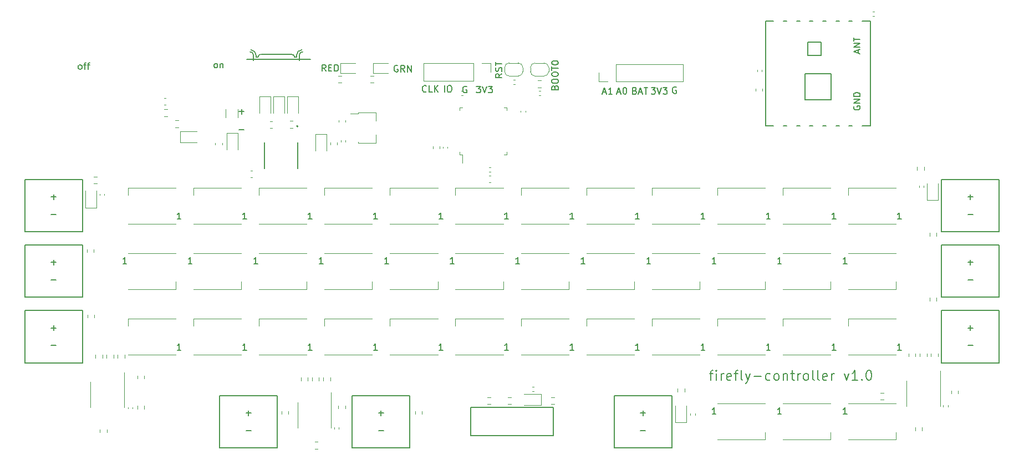
<source format=gbr>
%TF.GenerationSoftware,KiCad,Pcbnew,5.1.10-88a1d61d58~90~ubuntu20.04.1*%
%TF.CreationDate,2022-04-11T18:47:40-06:00*%
%TF.ProjectId,controller,636f6e74-726f-46c6-9c65-722e6b696361,rev?*%
%TF.SameCoordinates,Original*%
%TF.FileFunction,Legend,Top*%
%TF.FilePolarity,Positive*%
%FSLAX46Y46*%
G04 Gerber Fmt 4.6, Leading zero omitted, Abs format (unit mm)*
G04 Created by KiCad (PCBNEW 5.1.10-88a1d61d58~90~ubuntu20.04.1) date 2022-04-11 18:47:40*
%MOMM*%
%LPD*%
G01*
G04 APERTURE LIST*
%ADD10C,0.150000*%
%ADD11C,0.200000*%
%ADD12C,0.120000*%
%ADD13C,0.127000*%
%ADD14C,0.203200*%
G04 APERTURE END LIST*
D10*
X111528571Y-101933333D02*
X111576190Y-101790476D01*
X111623809Y-101742857D01*
X111719047Y-101695238D01*
X111861904Y-101695238D01*
X111957142Y-101742857D01*
X112004761Y-101790476D01*
X112052380Y-101885714D01*
X112052380Y-102266666D01*
X111052380Y-102266666D01*
X111052380Y-101933333D01*
X111100000Y-101838095D01*
X111147619Y-101790476D01*
X111242857Y-101742857D01*
X111338095Y-101742857D01*
X111433333Y-101790476D01*
X111480952Y-101838095D01*
X111528571Y-101933333D01*
X111528571Y-102266666D01*
X111052380Y-101076190D02*
X111052380Y-100885714D01*
X111100000Y-100790476D01*
X111195238Y-100695238D01*
X111385714Y-100647619D01*
X111719047Y-100647619D01*
X111909523Y-100695238D01*
X112004761Y-100790476D01*
X112052380Y-100885714D01*
X112052380Y-101076190D01*
X112004761Y-101171428D01*
X111909523Y-101266666D01*
X111719047Y-101314285D01*
X111385714Y-101314285D01*
X111195238Y-101266666D01*
X111100000Y-101171428D01*
X111052380Y-101076190D01*
X111052380Y-100028571D02*
X111052380Y-99838095D01*
X111100000Y-99742857D01*
X111195238Y-99647619D01*
X111385714Y-99600000D01*
X111719047Y-99600000D01*
X111909523Y-99647619D01*
X112004761Y-99742857D01*
X112052380Y-99838095D01*
X112052380Y-100028571D01*
X112004761Y-100123809D01*
X111909523Y-100219047D01*
X111719047Y-100266666D01*
X111385714Y-100266666D01*
X111195238Y-100219047D01*
X111100000Y-100123809D01*
X111052380Y-100028571D01*
X111052380Y-99314285D02*
X111052380Y-98742857D01*
X112052380Y-99028571D02*
X111052380Y-99028571D01*
X111052380Y-98219047D02*
X111052380Y-98123809D01*
X111100000Y-98028571D01*
X111147619Y-97980952D01*
X111242857Y-97933333D01*
X111433333Y-97885714D01*
X111671428Y-97885714D01*
X111861904Y-97933333D01*
X111957142Y-97980952D01*
X112004761Y-98028571D01*
X112052380Y-98123809D01*
X112052380Y-98219047D01*
X112004761Y-98314285D01*
X111957142Y-98361904D01*
X111861904Y-98409523D01*
X111671428Y-98457142D01*
X111433333Y-98457142D01*
X111242857Y-98409523D01*
X111147619Y-98361904D01*
X111100000Y-98314285D01*
X111052380Y-98219047D01*
X103452380Y-99847619D02*
X102976190Y-100180952D01*
X103452380Y-100419047D02*
X102452380Y-100419047D01*
X102452380Y-100038095D01*
X102500000Y-99942857D01*
X102547619Y-99895238D01*
X102642857Y-99847619D01*
X102785714Y-99847619D01*
X102880952Y-99895238D01*
X102928571Y-99942857D01*
X102976190Y-100038095D01*
X102976190Y-100419047D01*
X103404761Y-99466666D02*
X103452380Y-99323809D01*
X103452380Y-99085714D01*
X103404761Y-98990476D01*
X103357142Y-98942857D01*
X103261904Y-98895238D01*
X103166666Y-98895238D01*
X103071428Y-98942857D01*
X103023809Y-98990476D01*
X102976190Y-99085714D01*
X102928571Y-99276190D01*
X102880952Y-99371428D01*
X102833333Y-99419047D01*
X102738095Y-99466666D01*
X102642857Y-99466666D01*
X102547619Y-99419047D01*
X102500000Y-99371428D01*
X102452380Y-99276190D01*
X102452380Y-99038095D01*
X102500000Y-98895238D01*
X102452380Y-98609523D02*
X102452380Y-98038095D01*
X103452380Y-98323809D02*
X102452380Y-98323809D01*
X76557142Y-99452380D02*
X76223809Y-98976190D01*
X75985714Y-99452380D02*
X75985714Y-98452380D01*
X76366666Y-98452380D01*
X76461904Y-98500000D01*
X76509523Y-98547619D01*
X76557142Y-98642857D01*
X76557142Y-98785714D01*
X76509523Y-98880952D01*
X76461904Y-98928571D01*
X76366666Y-98976190D01*
X75985714Y-98976190D01*
X76985714Y-98928571D02*
X77319047Y-98928571D01*
X77461904Y-99452380D02*
X76985714Y-99452380D01*
X76985714Y-98452380D01*
X77461904Y-98452380D01*
X77890476Y-99452380D02*
X77890476Y-98452380D01*
X78128571Y-98452380D01*
X78271428Y-98500000D01*
X78366666Y-98595238D01*
X78414285Y-98690476D01*
X78461904Y-98880952D01*
X78461904Y-99023809D01*
X78414285Y-99214285D01*
X78366666Y-99309523D01*
X78271428Y-99404761D01*
X78128571Y-99452380D01*
X77890476Y-99452380D01*
X87538095Y-98600000D02*
X87442857Y-98552380D01*
X87300000Y-98552380D01*
X87157142Y-98600000D01*
X87061904Y-98695238D01*
X87014285Y-98790476D01*
X86966666Y-98980952D01*
X86966666Y-99123809D01*
X87014285Y-99314285D01*
X87061904Y-99409523D01*
X87157142Y-99504761D01*
X87300000Y-99552380D01*
X87395238Y-99552380D01*
X87538095Y-99504761D01*
X87585714Y-99457142D01*
X87585714Y-99123809D01*
X87395238Y-99123809D01*
X88585714Y-99552380D02*
X88252380Y-99076190D01*
X88014285Y-99552380D02*
X88014285Y-98552380D01*
X88395238Y-98552380D01*
X88490476Y-98600000D01*
X88538095Y-98647619D01*
X88585714Y-98742857D01*
X88585714Y-98885714D01*
X88538095Y-98980952D01*
X88490476Y-99028571D01*
X88395238Y-99076190D01*
X88014285Y-99076190D01*
X89014285Y-99552380D02*
X89014285Y-98552380D01*
X89585714Y-99552380D01*
X89585714Y-98552380D01*
X64080952Y-108428571D02*
X63319047Y-108428571D01*
X64080952Y-105628571D02*
X63319047Y-105628571D01*
X63700000Y-105247619D02*
X63700000Y-106009523D01*
X118885714Y-102666666D02*
X119361904Y-102666666D01*
X118790476Y-102952380D02*
X119123809Y-101952380D01*
X119457142Y-102952380D01*
X120314285Y-102952380D02*
X119742857Y-102952380D01*
X120028571Y-102952380D02*
X120028571Y-101952380D01*
X119933333Y-102095238D01*
X119838095Y-102190476D01*
X119742857Y-102238095D01*
X121085714Y-102666666D02*
X121561904Y-102666666D01*
X120990476Y-102952380D02*
X121323809Y-101952380D01*
X121657142Y-102952380D01*
X122180952Y-101952380D02*
X122276190Y-101952380D01*
X122371428Y-102000000D01*
X122419047Y-102047619D01*
X122466666Y-102142857D01*
X122514285Y-102333333D01*
X122514285Y-102571428D01*
X122466666Y-102761904D01*
X122419047Y-102857142D01*
X122371428Y-102904761D01*
X122276190Y-102952380D01*
X122180952Y-102952380D01*
X122085714Y-102904761D01*
X122038095Y-102857142D01*
X121990476Y-102761904D01*
X121942857Y-102571428D01*
X121942857Y-102333333D01*
X121990476Y-102142857D01*
X122038095Y-102047619D01*
X122085714Y-102000000D01*
X122180952Y-101952380D01*
X123761904Y-102428571D02*
X123904761Y-102476190D01*
X123952380Y-102523809D01*
X124000000Y-102619047D01*
X124000000Y-102761904D01*
X123952380Y-102857142D01*
X123904761Y-102904761D01*
X123809523Y-102952380D01*
X123428571Y-102952380D01*
X123428571Y-101952380D01*
X123761904Y-101952380D01*
X123857142Y-102000000D01*
X123904761Y-102047619D01*
X123952380Y-102142857D01*
X123952380Y-102238095D01*
X123904761Y-102333333D01*
X123857142Y-102380952D01*
X123761904Y-102428571D01*
X123428571Y-102428571D01*
X124380952Y-102666666D02*
X124857142Y-102666666D01*
X124285714Y-102952380D02*
X124619047Y-101952380D01*
X124952380Y-102952380D01*
X125142857Y-101952380D02*
X125714285Y-101952380D01*
X125428571Y-102952380D02*
X125428571Y-101952380D01*
X126261904Y-101952380D02*
X126880952Y-101952380D01*
X126547619Y-102333333D01*
X126690476Y-102333333D01*
X126785714Y-102380952D01*
X126833333Y-102428571D01*
X126880952Y-102523809D01*
X126880952Y-102761904D01*
X126833333Y-102857142D01*
X126785714Y-102904761D01*
X126690476Y-102952380D01*
X126404761Y-102952380D01*
X126309523Y-102904761D01*
X126261904Y-102857142D01*
X127166666Y-101952380D02*
X127500000Y-102952380D01*
X127833333Y-101952380D01*
X128071428Y-101952380D02*
X128690476Y-101952380D01*
X128357142Y-102333333D01*
X128500000Y-102333333D01*
X128595238Y-102380952D01*
X128642857Y-102428571D01*
X128690476Y-102523809D01*
X128690476Y-102761904D01*
X128642857Y-102857142D01*
X128595238Y-102904761D01*
X128500000Y-102952380D01*
X128214285Y-102952380D01*
X128119047Y-102904761D01*
X128071428Y-102857142D01*
X130061904Y-101900000D02*
X129966666Y-101852380D01*
X129823809Y-101852380D01*
X129680952Y-101900000D01*
X129585714Y-101995238D01*
X129538095Y-102090476D01*
X129490476Y-102280952D01*
X129490476Y-102423809D01*
X129538095Y-102614285D01*
X129585714Y-102709523D01*
X129680952Y-102804761D01*
X129823809Y-102852380D01*
X129919047Y-102852380D01*
X130061904Y-102804761D01*
X130109523Y-102757142D01*
X130109523Y-102423809D01*
X129919047Y-102423809D01*
X99561904Y-101752380D02*
X100180952Y-101752380D01*
X99847619Y-102133333D01*
X99990476Y-102133333D01*
X100085714Y-102180952D01*
X100133333Y-102228571D01*
X100180952Y-102323809D01*
X100180952Y-102561904D01*
X100133333Y-102657142D01*
X100085714Y-102704761D01*
X99990476Y-102752380D01*
X99704761Y-102752380D01*
X99609523Y-102704761D01*
X99561904Y-102657142D01*
X100466666Y-101752380D02*
X100800000Y-102752380D01*
X101133333Y-101752380D01*
X101371428Y-101752380D02*
X101990476Y-101752380D01*
X101657142Y-102133333D01*
X101800000Y-102133333D01*
X101895238Y-102180952D01*
X101942857Y-102228571D01*
X101990476Y-102323809D01*
X101990476Y-102561904D01*
X101942857Y-102657142D01*
X101895238Y-102704761D01*
X101800000Y-102752380D01*
X101514285Y-102752380D01*
X101419047Y-102704761D01*
X101371428Y-102657142D01*
X98061904Y-101800000D02*
X97966666Y-101752380D01*
X97823809Y-101752380D01*
X97680952Y-101800000D01*
X97585714Y-101895238D01*
X97538095Y-101990476D01*
X97490476Y-102180952D01*
X97490476Y-102323809D01*
X97538095Y-102514285D01*
X97585714Y-102609523D01*
X97680952Y-102704761D01*
X97823809Y-102752380D01*
X97919047Y-102752380D01*
X98061904Y-102704761D01*
X98109523Y-102657142D01*
X98109523Y-102323809D01*
X97919047Y-102323809D01*
X94676190Y-102652380D02*
X94676190Y-101652380D01*
X95342857Y-101652380D02*
X95533333Y-101652380D01*
X95628571Y-101700000D01*
X95723809Y-101795238D01*
X95771428Y-101985714D01*
X95771428Y-102319047D01*
X95723809Y-102509523D01*
X95628571Y-102604761D01*
X95533333Y-102652380D01*
X95342857Y-102652380D01*
X95247619Y-102604761D01*
X95152380Y-102509523D01*
X95104761Y-102319047D01*
X95104761Y-101985714D01*
X95152380Y-101795238D01*
X95247619Y-101700000D01*
X95342857Y-101652380D01*
X91904761Y-102557142D02*
X91857142Y-102604761D01*
X91714285Y-102652380D01*
X91619047Y-102652380D01*
X91476190Y-102604761D01*
X91380952Y-102509523D01*
X91333333Y-102414285D01*
X91285714Y-102223809D01*
X91285714Y-102080952D01*
X91333333Y-101890476D01*
X91380952Y-101795238D01*
X91476190Y-101700000D01*
X91619047Y-101652380D01*
X91714285Y-101652380D01*
X91857142Y-101700000D01*
X91904761Y-101747619D01*
X92809523Y-102652380D02*
X92333333Y-102652380D01*
X92333333Y-101652380D01*
X93142857Y-102652380D02*
X93142857Y-101652380D01*
X93714285Y-102652380D02*
X93285714Y-102080952D01*
X93714285Y-101652380D02*
X93142857Y-102223809D01*
X38957142Y-99152380D02*
X38861904Y-99104761D01*
X38814285Y-99057142D01*
X38766666Y-98961904D01*
X38766666Y-98676190D01*
X38814285Y-98580952D01*
X38861904Y-98533333D01*
X38957142Y-98485714D01*
X39100000Y-98485714D01*
X39195238Y-98533333D01*
X39242857Y-98580952D01*
X39290476Y-98676190D01*
X39290476Y-98961904D01*
X39242857Y-99057142D01*
X39195238Y-99104761D01*
X39100000Y-99152380D01*
X38957142Y-99152380D01*
X39576190Y-98485714D02*
X39957142Y-98485714D01*
X39719047Y-99152380D02*
X39719047Y-98295238D01*
X39766666Y-98200000D01*
X39861904Y-98152380D01*
X39957142Y-98152380D01*
X40147619Y-98485714D02*
X40528571Y-98485714D01*
X40290476Y-99152380D02*
X40290476Y-98295238D01*
X40338095Y-98200000D01*
X40433333Y-98152380D01*
X40528571Y-98152380D01*
X59676190Y-98952380D02*
X59580952Y-98904761D01*
X59533333Y-98857142D01*
X59485714Y-98761904D01*
X59485714Y-98476190D01*
X59533333Y-98380952D01*
X59580952Y-98333333D01*
X59676190Y-98285714D01*
X59819047Y-98285714D01*
X59914285Y-98333333D01*
X59961904Y-98380952D01*
X60009523Y-98476190D01*
X60009523Y-98761904D01*
X59961904Y-98857142D01*
X59914285Y-98904761D01*
X59819047Y-98952380D01*
X59676190Y-98952380D01*
X60438095Y-98285714D02*
X60438095Y-98952380D01*
X60438095Y-98380952D02*
X60485714Y-98333333D01*
X60580952Y-98285714D01*
X60723809Y-98285714D01*
X60819047Y-98333333D01*
X60866666Y-98428571D01*
X60866666Y-98952380D01*
D11*
X135135714Y-145678571D02*
X135707142Y-145678571D01*
X135350000Y-146678571D02*
X135350000Y-145392857D01*
X135421428Y-145250000D01*
X135564285Y-145178571D01*
X135707142Y-145178571D01*
X136207142Y-146678571D02*
X136207142Y-145678571D01*
X136207142Y-145178571D02*
X136135714Y-145250000D01*
X136207142Y-145321428D01*
X136278571Y-145250000D01*
X136207142Y-145178571D01*
X136207142Y-145321428D01*
X136921428Y-146678571D02*
X136921428Y-145678571D01*
X136921428Y-145964285D02*
X136992857Y-145821428D01*
X137064285Y-145750000D01*
X137207142Y-145678571D01*
X137350000Y-145678571D01*
X138421428Y-146607142D02*
X138278571Y-146678571D01*
X137992857Y-146678571D01*
X137850000Y-146607142D01*
X137778571Y-146464285D01*
X137778571Y-145892857D01*
X137850000Y-145750000D01*
X137992857Y-145678571D01*
X138278571Y-145678571D01*
X138421428Y-145750000D01*
X138492857Y-145892857D01*
X138492857Y-146035714D01*
X137778571Y-146178571D01*
X138921428Y-145678571D02*
X139492857Y-145678571D01*
X139135714Y-146678571D02*
X139135714Y-145392857D01*
X139207142Y-145250000D01*
X139350000Y-145178571D01*
X139492857Y-145178571D01*
X140207142Y-146678571D02*
X140064285Y-146607142D01*
X139992857Y-146464285D01*
X139992857Y-145178571D01*
X140635714Y-145678571D02*
X140992857Y-146678571D01*
X141350000Y-145678571D02*
X140992857Y-146678571D01*
X140850000Y-147035714D01*
X140778571Y-147107142D01*
X140635714Y-147178571D01*
X141921428Y-146107142D02*
X143064285Y-146107142D01*
X144421428Y-146607142D02*
X144278571Y-146678571D01*
X143992857Y-146678571D01*
X143850000Y-146607142D01*
X143778571Y-146535714D01*
X143707142Y-146392857D01*
X143707142Y-145964285D01*
X143778571Y-145821428D01*
X143850000Y-145750000D01*
X143992857Y-145678571D01*
X144278571Y-145678571D01*
X144421428Y-145750000D01*
X145278571Y-146678571D02*
X145135714Y-146607142D01*
X145064285Y-146535714D01*
X144992857Y-146392857D01*
X144992857Y-145964285D01*
X145064285Y-145821428D01*
X145135714Y-145750000D01*
X145278571Y-145678571D01*
X145492857Y-145678571D01*
X145635714Y-145750000D01*
X145707142Y-145821428D01*
X145778571Y-145964285D01*
X145778571Y-146392857D01*
X145707142Y-146535714D01*
X145635714Y-146607142D01*
X145492857Y-146678571D01*
X145278571Y-146678571D01*
X146421428Y-145678571D02*
X146421428Y-146678571D01*
X146421428Y-145821428D02*
X146492857Y-145750000D01*
X146635714Y-145678571D01*
X146850000Y-145678571D01*
X146992857Y-145750000D01*
X147064285Y-145892857D01*
X147064285Y-146678571D01*
X147564285Y-145678571D02*
X148135714Y-145678571D01*
X147778571Y-145178571D02*
X147778571Y-146464285D01*
X147850000Y-146607142D01*
X147992857Y-146678571D01*
X148135714Y-146678571D01*
X148635714Y-146678571D02*
X148635714Y-145678571D01*
X148635714Y-145964285D02*
X148707142Y-145821428D01*
X148778571Y-145750000D01*
X148921428Y-145678571D01*
X149064285Y-145678571D01*
X149778571Y-146678571D02*
X149635714Y-146607142D01*
X149564285Y-146535714D01*
X149492857Y-146392857D01*
X149492857Y-145964285D01*
X149564285Y-145821428D01*
X149635714Y-145750000D01*
X149778571Y-145678571D01*
X149992857Y-145678571D01*
X150135714Y-145750000D01*
X150207142Y-145821428D01*
X150278571Y-145964285D01*
X150278571Y-146392857D01*
X150207142Y-146535714D01*
X150135714Y-146607142D01*
X149992857Y-146678571D01*
X149778571Y-146678571D01*
X151135714Y-146678571D02*
X150992857Y-146607142D01*
X150921428Y-146464285D01*
X150921428Y-145178571D01*
X151921428Y-146678571D02*
X151778571Y-146607142D01*
X151707142Y-146464285D01*
X151707142Y-145178571D01*
X153064285Y-146607142D02*
X152921428Y-146678571D01*
X152635714Y-146678571D01*
X152492857Y-146607142D01*
X152421428Y-146464285D01*
X152421428Y-145892857D01*
X152492857Y-145750000D01*
X152635714Y-145678571D01*
X152921428Y-145678571D01*
X153064285Y-145750000D01*
X153135714Y-145892857D01*
X153135714Y-146035714D01*
X152421428Y-146178571D01*
X153778571Y-146678571D02*
X153778571Y-145678571D01*
X153778571Y-145964285D02*
X153850000Y-145821428D01*
X153921428Y-145750000D01*
X154064285Y-145678571D01*
X154207142Y-145678571D01*
X155707142Y-145678571D02*
X156064285Y-146678571D01*
X156421428Y-145678571D01*
X157778571Y-146678571D02*
X156921428Y-146678571D01*
X157350000Y-146678571D02*
X157350000Y-145178571D01*
X157207142Y-145392857D01*
X157064285Y-145535714D01*
X156921428Y-145607142D01*
X158421428Y-146535714D02*
X158492857Y-146607142D01*
X158421428Y-146678571D01*
X158350000Y-146607142D01*
X158421428Y-146535714D01*
X158421428Y-146678571D01*
X159421428Y-145178571D02*
X159564285Y-145178571D01*
X159707142Y-145250000D01*
X159778571Y-145321428D01*
X159850000Y-145464285D01*
X159921428Y-145750000D01*
X159921428Y-146107142D01*
X159850000Y-146392857D01*
X159778571Y-146535714D01*
X159707142Y-146607142D01*
X159564285Y-146678571D01*
X159421428Y-146678571D01*
X159278571Y-146607142D01*
X159207142Y-146535714D01*
X159135714Y-146392857D01*
X159064285Y-146107142D01*
X159064285Y-145750000D01*
X159135714Y-145464285D01*
X159207142Y-145321428D01*
X159278571Y-145250000D01*
X159421428Y-145178571D01*
D10*
%TO.C,SW9*%
X60350000Y-157000000D02*
X69150000Y-157000000D01*
X60350000Y-149000000D02*
X60350000Y-157000000D01*
X69150000Y-149000000D02*
X69150000Y-157000000D01*
X60350000Y-149000000D02*
X69150000Y-149000000D01*
%TO.C,SW8*%
X80600000Y-157000000D02*
X89400000Y-157000000D01*
X80600000Y-149000000D02*
X80600000Y-157000000D01*
X89400000Y-149000000D02*
X89400000Y-157000000D01*
X80600000Y-149000000D02*
X89400000Y-149000000D01*
%TO.C,SW7*%
X120600000Y-157000000D02*
X129400000Y-157000000D01*
X120600000Y-149000000D02*
X120600000Y-157000000D01*
X129400000Y-149000000D02*
X129400000Y-157000000D01*
X120600000Y-149000000D02*
X129400000Y-149000000D01*
%TO.C,SW6*%
X170600000Y-144000000D02*
X179400000Y-144000000D01*
X170600000Y-136000000D02*
X170600000Y-144000000D01*
X179400000Y-136000000D02*
X179400000Y-144000000D01*
X170600000Y-136000000D02*
X179400000Y-136000000D01*
%TO.C,SW5*%
X170600000Y-134000000D02*
X179400000Y-134000000D01*
X170600000Y-126000000D02*
X170600000Y-134000000D01*
X179400000Y-126000000D02*
X179400000Y-134000000D01*
X170600000Y-126000000D02*
X179400000Y-126000000D01*
%TO.C,SW4*%
X170600000Y-124000000D02*
X179400000Y-124000000D01*
X170600000Y-116000000D02*
X170600000Y-124000000D01*
X179400000Y-116000000D02*
X179400000Y-124000000D01*
X170600000Y-116000000D02*
X179400000Y-116000000D01*
%TO.C,SW3*%
X30600000Y-144000000D02*
X39400000Y-144000000D01*
X30600000Y-136000000D02*
X30600000Y-144000000D01*
X39400000Y-136000000D02*
X39400000Y-144000000D01*
X30600000Y-136000000D02*
X39400000Y-136000000D01*
%TO.C,SW2*%
X30600000Y-134000000D02*
X39400000Y-134000000D01*
X30600000Y-126000000D02*
X30600000Y-134000000D01*
X39400000Y-126000000D02*
X39400000Y-134000000D01*
X30600000Y-126000000D02*
X39400000Y-126000000D01*
%TO.C,SW1*%
X30600000Y-124000000D02*
X39400000Y-124000000D01*
X30600000Y-116000000D02*
X30600000Y-124000000D01*
X39400000Y-116000000D02*
X39400000Y-124000000D01*
X30600000Y-116000000D02*
X39400000Y-116000000D01*
D12*
%TO.C,U4*%
X72240000Y-152000000D02*
X72240000Y-153950000D01*
X72240000Y-152000000D02*
X72240000Y-150050000D01*
X77360000Y-152000000D02*
X77360000Y-153950000D01*
X77360000Y-152000000D02*
X77360000Y-148550000D01*
%TO.C,U3*%
X165240000Y-148700000D02*
X165240000Y-150650000D01*
X165240000Y-148700000D02*
X165240000Y-146750000D01*
X170360000Y-148700000D02*
X170360000Y-150650000D01*
X170360000Y-148700000D02*
X170360000Y-145250000D01*
%TO.C,U1*%
X40640000Y-148900000D02*
X40640000Y-150850000D01*
X40640000Y-148900000D02*
X40640000Y-146950000D01*
X45760000Y-148900000D02*
X45760000Y-150850000D01*
X45760000Y-148900000D02*
X45760000Y-145450000D01*
%TO.C,R35*%
X48822500Y-145962742D02*
X48822500Y-146437258D01*
X47777500Y-145962742D02*
X47777500Y-146437258D01*
%TO.C,C25*%
X78840000Y-109984165D02*
X78840000Y-110215835D01*
X79560000Y-109984165D02*
X79560000Y-110215835D01*
%TO.C,D51*%
X68150000Y-103300000D02*
X68150000Y-105850000D01*
X66450000Y-103300000D02*
X66450000Y-105850000D01*
X68150000Y-103300000D02*
X66450000Y-103300000D01*
%TO.C,D50*%
X70250000Y-103300000D02*
X70250000Y-105850000D01*
X68550000Y-103300000D02*
X68550000Y-105850000D01*
X70250000Y-103300000D02*
X68550000Y-103300000D01*
%TO.C,C10*%
X108084165Y-148360000D02*
X108315835Y-148360000D01*
X108084165Y-147640000D02*
X108315835Y-147640000D01*
%TO.C,C8*%
X132240000Y-151784165D02*
X132240000Y-152015835D01*
X132960000Y-151784165D02*
X132960000Y-152015835D01*
%TO.C,C4*%
X167140000Y-116984165D02*
X167140000Y-117215835D01*
X167860000Y-116984165D02*
X167860000Y-117215835D01*
%TO.C,C2*%
X42040000Y-118184165D02*
X42040000Y-118415835D01*
X42760000Y-118184165D02*
X42760000Y-118415835D01*
D11*
%TO.C,U7*%
X72305000Y-107855000D02*
G75*
G03*
X72305000Y-107855000I-100000J0D01*
G01*
D13*
X72250000Y-110300000D02*
X72250000Y-114300000D01*
X67150000Y-110300000D02*
X67150000Y-114300000D01*
%TO.C,J4*%
X72500000Y-97850000D02*
X72500000Y-97000000D01*
X72500000Y-97000000D02*
X72500000Y-96950000D01*
X65500000Y-97850000D02*
X65500000Y-96950000D01*
X74250000Y-97650000D02*
X64500000Y-97650000D01*
X72100000Y-97000000D02*
X72100000Y-97300000D01*
X72100000Y-97300000D02*
X71800000Y-97300000D01*
X65500000Y-97850000D02*
X65500000Y-97000000D01*
X65500000Y-97000000D02*
X65500000Y-96950000D01*
X65900000Y-97000000D02*
X65900000Y-97300000D01*
X65900000Y-97300000D02*
X66200000Y-97300000D01*
X71400000Y-96900000D02*
X66700000Y-96900000D01*
X66200000Y-97300000D02*
G75*
G02*
X66600000Y-96900000I400000J0D01*
G01*
X65100000Y-96200000D02*
G75*
G02*
X65900000Y-97000000I0J-800000D01*
G01*
X65500000Y-97000000D02*
G75*
G03*
X65000000Y-96500000I-500000J0D01*
G01*
X71800000Y-97300000D02*
G75*
G03*
X71400000Y-96900000I-400000J0D01*
G01*
X72900000Y-96200000D02*
G75*
G03*
X72100000Y-97000000I0J-800000D01*
G01*
X72500000Y-97000000D02*
G75*
G02*
X73000000Y-96500000I500000J0D01*
G01*
D12*
%TO.C,U2*%
X104210000Y-105440000D02*
X104210000Y-104990000D01*
X104210000Y-104990000D02*
X103760000Y-104990000D01*
X104210000Y-111760000D02*
X104210000Y-112210000D01*
X104210000Y-112210000D02*
X103760000Y-112210000D01*
X96990000Y-105440000D02*
X96990000Y-104990000D01*
X96990000Y-104990000D02*
X97440000Y-104990000D01*
X96990000Y-111760000D02*
X96990000Y-112210000D01*
X96990000Y-112210000D02*
X97440000Y-112210000D01*
X97440000Y-112210000D02*
X97440000Y-113500000D01*
%TO.C,R34*%
X108962742Y-100877500D02*
X109437258Y-100877500D01*
X108962742Y-101922500D02*
X109437258Y-101922500D01*
%TO.C,JP2*%
X107800000Y-99500000D02*
X107800000Y-98900000D01*
X109900000Y-100200000D02*
X108500000Y-100200000D01*
X110600000Y-98900000D02*
X110600000Y-99500000D01*
X108500000Y-98200000D02*
X109900000Y-98200000D01*
X107800000Y-98900000D02*
G75*
G02*
X108500000Y-98200000I700000J0D01*
G01*
X108500000Y-100200000D02*
G75*
G02*
X107800000Y-99500000I0J700000D01*
G01*
X110600000Y-99500000D02*
G75*
G02*
X109900000Y-100200000I-700000J0D01*
G01*
X109900000Y-98200000D02*
G75*
G02*
X110600000Y-98900000I0J-700000D01*
G01*
%TO.C,C24*%
X109084165Y-102440000D02*
X109315835Y-102440000D01*
X109084165Y-103160000D02*
X109315835Y-103160000D01*
%TO.C,C23*%
X101715835Y-114860000D02*
X101484165Y-114860000D01*
X101715835Y-114140000D02*
X101484165Y-114140000D01*
%TO.C,C22*%
X94440000Y-111215835D02*
X94440000Y-110984165D01*
X95160000Y-111215835D02*
X95160000Y-110984165D01*
%TO.C,C21*%
X97515835Y-103160000D02*
X97284165Y-103160000D01*
X97515835Y-102440000D02*
X97284165Y-102440000D01*
%TO.C,C20*%
X93910000Y-110959420D02*
X93910000Y-111240580D01*
X92890000Y-110959420D02*
X92890000Y-111240580D01*
D13*
%TO.C,S1*%
X98700000Y-155150000D02*
X98700000Y-150850000D01*
X111300000Y-155150000D02*
X98700000Y-155150000D01*
X111300000Y-150850000D02*
X111300000Y-155150000D01*
X98700000Y-150850000D02*
X111300000Y-150850000D01*
D14*
%TO.C,U6*%
X150202160Y-97047960D02*
X150202160Y-95048980D01*
X150202160Y-97047960D02*
X152198600Y-97047960D01*
X152198600Y-97047960D02*
X152198600Y-95048980D01*
X150202160Y-95048980D02*
X152198600Y-95048980D01*
X153698980Y-103800000D02*
X153698980Y-99802040D01*
X149701020Y-103800000D02*
X153698980Y-103800000D01*
X149701020Y-99802040D02*
X149701020Y-103800000D01*
X153698980Y-99802040D02*
X149701020Y-99802040D01*
X143701540Y-107798460D02*
X143701540Y-91801540D01*
X159698460Y-91801540D02*
X159698460Y-107798460D01*
D10*
X159700000Y-107800000D02*
X158450000Y-107800000D01*
X156950000Y-107800000D02*
X156450000Y-107800000D01*
X154950000Y-107800000D02*
X154450000Y-107800000D01*
X152950000Y-107800000D02*
X152450000Y-107800000D01*
X150950000Y-107800000D02*
X150450000Y-107800000D01*
X148950000Y-107800000D02*
X148450000Y-107800000D01*
X146950000Y-107800000D02*
X146450000Y-107800000D01*
X144950000Y-107800000D02*
X143700000Y-107800000D01*
X143700000Y-91800000D02*
X144950000Y-91800000D01*
X146450000Y-91800000D02*
X146950000Y-91800000D01*
X148450000Y-91800000D02*
X148950000Y-91800000D01*
X150450000Y-91800000D02*
X150950000Y-91800000D01*
X152450000Y-91800000D02*
X152950000Y-91800000D01*
X154450000Y-91800000D02*
X154950000Y-91800000D01*
X156450000Y-91800000D02*
X156950000Y-91800000D01*
X158450000Y-91800000D02*
X159700000Y-91800000D01*
D12*
%TO.C,D49*%
X136350000Y-150250000D02*
X143650000Y-150250000D01*
X136350000Y-155750000D02*
X143650000Y-155750000D01*
X143650000Y-155750000D02*
X143650000Y-154600000D01*
%TO.C,D48*%
X146350000Y-150250000D02*
X153650000Y-150250000D01*
X146350000Y-155750000D02*
X153650000Y-155750000D01*
X153650000Y-155750000D02*
X153650000Y-154600000D01*
%TO.C,D47*%
X156350000Y-150250000D02*
X163650000Y-150250000D01*
X156350000Y-155750000D02*
X163650000Y-155750000D01*
X163650000Y-155750000D02*
X163650000Y-154600000D01*
%TO.C,U5*%
X84210000Y-109150000D02*
X84210000Y-110460000D01*
X84210000Y-110460000D02*
X81490000Y-110460000D01*
X80350000Y-105970000D02*
X81490000Y-105970000D01*
X84210000Y-105740000D02*
X84210000Y-107050000D01*
X81490000Y-105740000D02*
X84210000Y-105740000D01*
X81490000Y-105740000D02*
X81490000Y-105970000D01*
X81490000Y-110460000D02*
X81490000Y-110230000D01*
%TO.C,TH1*%
X61290000Y-106502064D02*
X61290000Y-105297936D01*
X63110000Y-106502064D02*
X63110000Y-105297936D01*
%TO.C,R33*%
X71062742Y-107077500D02*
X71537258Y-107077500D01*
X71062742Y-108122500D02*
X71537258Y-108122500D01*
%TO.C,R32*%
X78937258Y-101222500D02*
X78462742Y-101222500D01*
X78937258Y-100177500D02*
X78462742Y-100177500D01*
%TO.C,R31*%
X83837258Y-101222500D02*
X83362742Y-101222500D01*
X83837258Y-100177500D02*
X83362742Y-100177500D01*
%TO.C,R30*%
X52337258Y-106322500D02*
X51862742Y-106322500D01*
X52337258Y-105277500D02*
X51862742Y-105277500D01*
%TO.C,R29*%
X54037258Y-108022500D02*
X53562742Y-108022500D01*
X54037258Y-106977500D02*
X53562742Y-106977500D01*
%TO.C,R28*%
X69777500Y-151837258D02*
X69777500Y-151362742D01*
X70822500Y-151837258D02*
X70822500Y-151362742D01*
%TO.C,R27*%
X91222500Y-151362742D02*
X91222500Y-151837258D01*
X90177500Y-151362742D02*
X90177500Y-151837258D01*
%TO.C,R26*%
X130277500Y-148437258D02*
X130277500Y-147962742D01*
X131322500Y-148437258D02*
X131322500Y-147962742D01*
%TO.C,R25*%
X161262742Y-148577500D02*
X161737258Y-148577500D01*
X161262742Y-149622500D02*
X161737258Y-149622500D01*
%TO.C,R24*%
X73822500Y-146262742D02*
X73822500Y-146737258D01*
X72777500Y-146262742D02*
X72777500Y-146737258D01*
%TO.C,R23*%
X75522500Y-146262742D02*
X75522500Y-146737258D01*
X74477500Y-146262742D02*
X74477500Y-146737258D01*
%TO.C,R22*%
X166622500Y-142562742D02*
X166622500Y-143037258D01*
X165577500Y-142562742D02*
X165577500Y-143037258D01*
%TO.C,R21*%
X169822500Y-134087742D02*
X169822500Y-134562258D01*
X168777500Y-134087742D02*
X168777500Y-134562258D01*
%TO.C,R20*%
X168777500Y-124637258D02*
X168777500Y-124162742D01*
X169822500Y-124637258D02*
X169822500Y-124162742D01*
%TO.C,R19*%
X166877500Y-114562258D02*
X166877500Y-114087742D01*
X167922500Y-114562258D02*
X167922500Y-114087742D01*
%TO.C,R18*%
X77222500Y-146262742D02*
X77222500Y-146737258D01*
X76177500Y-146262742D02*
X76177500Y-146737258D01*
%TO.C,R17*%
X168322500Y-142562742D02*
X168322500Y-143037258D01*
X167277500Y-142562742D02*
X167277500Y-143037258D01*
%TO.C,R16*%
X42422500Y-142762742D02*
X42422500Y-143237258D01*
X41377500Y-142762742D02*
X41377500Y-143237258D01*
%TO.C,R15*%
X170022500Y-142562742D02*
X170022500Y-143037258D01*
X168977500Y-142562742D02*
X168977500Y-143037258D01*
%TO.C,R14*%
X44122500Y-142762742D02*
X44122500Y-143237258D01*
X43077500Y-142762742D02*
X43077500Y-143237258D01*
%TO.C,R13*%
X79522500Y-150537742D02*
X79522500Y-151012258D01*
X78477500Y-150537742D02*
X78477500Y-151012258D01*
%TO.C,R12*%
X45822500Y-142762742D02*
X45822500Y-143237258D01*
X44777500Y-142762742D02*
X44777500Y-143237258D01*
%TO.C,R11*%
X74862742Y-156077500D02*
X75337258Y-156077500D01*
X74862742Y-157122500D02*
X75337258Y-157122500D01*
%TO.C,R10*%
X173122500Y-148262742D02*
X173122500Y-148737258D01*
X172077500Y-148262742D02*
X172077500Y-148737258D01*
%TO.C,R9*%
X101737258Y-150322500D02*
X101262742Y-150322500D01*
X101737258Y-149277500D02*
X101262742Y-149277500D01*
%TO.C,R8*%
X104362742Y-149277500D02*
X104837258Y-149277500D01*
X104362742Y-150322500D02*
X104837258Y-150322500D01*
%TO.C,R7*%
X167622500Y-153887742D02*
X167622500Y-154362258D01*
X166577500Y-153887742D02*
X166577500Y-154362258D01*
%TO.C,R6*%
X48822500Y-150562742D02*
X48822500Y-151037258D01*
X47777500Y-150562742D02*
X47777500Y-151037258D01*
%TO.C,R5*%
X41222500Y-136662742D02*
X41222500Y-137137258D01*
X40177500Y-136662742D02*
X40177500Y-137137258D01*
%TO.C,R4*%
X40077500Y-127137258D02*
X40077500Y-126662742D01*
X41122500Y-127137258D02*
X41122500Y-126662742D01*
%TO.C,R3*%
X41137742Y-115577500D02*
X41612258Y-115577500D01*
X41137742Y-116622500D02*
X41612258Y-116622500D01*
%TO.C,R2*%
X110962742Y-149277500D02*
X111437258Y-149277500D01*
X110962742Y-150322500D02*
X111437258Y-150322500D01*
%TO.C,R1*%
X43122500Y-154162742D02*
X43122500Y-154637258D01*
X42077500Y-154162742D02*
X42077500Y-154637258D01*
%TO.C,JP1*%
X103850000Y-99500000D02*
X103850000Y-98900000D01*
X105950000Y-100200000D02*
X104550000Y-100200000D01*
X106650000Y-98900000D02*
X106650000Y-99500000D01*
X104550000Y-98200000D02*
X105950000Y-98200000D01*
X103850000Y-98900000D02*
G75*
G02*
X104550000Y-98200000I700000J0D01*
G01*
X104550000Y-100200000D02*
G75*
G02*
X103850000Y-99500000I0J700000D01*
G01*
X106650000Y-99500000D02*
G75*
G02*
X105950000Y-100200000I-700000J0D01*
G01*
X105950000Y-98200000D02*
G75*
G02*
X106650000Y-98900000I0J-700000D01*
G01*
%TO.C,J3*%
X91450000Y-98270000D02*
X91450000Y-100930000D01*
X99130000Y-98270000D02*
X91450000Y-98270000D01*
X99130000Y-100930000D02*
X91450000Y-100930000D01*
X99130000Y-98270000D02*
X99130000Y-100930000D01*
X100400000Y-98270000D02*
X101730000Y-98270000D01*
X101730000Y-98270000D02*
X101730000Y-99600000D01*
%TO.C,J1*%
X131090000Y-101030000D02*
X131090000Y-98370000D01*
X120870000Y-101030000D02*
X131090000Y-101030000D01*
X120870000Y-98370000D02*
X131090000Y-98370000D01*
X120870000Y-101030000D02*
X120870000Y-98370000D01*
X119600000Y-101030000D02*
X118270000Y-101030000D01*
X118270000Y-101030000D02*
X118270000Y-99700000D01*
%TO.C,D46*%
X72350000Y-103300000D02*
X70650000Y-103300000D01*
X70650000Y-103300000D02*
X70650000Y-105850000D01*
X72350000Y-103300000D02*
X72350000Y-105850000D01*
%TO.C,D45*%
X163650000Y-142750000D02*
X156350000Y-142750000D01*
X163650000Y-137250000D02*
X156350000Y-137250000D01*
X156350000Y-137250000D02*
X156350000Y-138400000D01*
%TO.C,D44*%
X46350000Y-127250000D02*
X53650000Y-127250000D01*
X46350000Y-132750000D02*
X53650000Y-132750000D01*
X53650000Y-132750000D02*
X53650000Y-131600000D01*
%TO.C,D43*%
X163650000Y-122750000D02*
X156350000Y-122750000D01*
X163650000Y-117250000D02*
X156350000Y-117250000D01*
X156350000Y-117250000D02*
X156350000Y-118400000D01*
%TO.C,D42*%
X153650000Y-142750000D02*
X146350000Y-142750000D01*
X153650000Y-137250000D02*
X146350000Y-137250000D01*
X146350000Y-137250000D02*
X146350000Y-138400000D01*
%TO.C,D41*%
X56350000Y-127250000D02*
X63650000Y-127250000D01*
X56350000Y-132750000D02*
X63650000Y-132750000D01*
X63650000Y-132750000D02*
X63650000Y-131600000D01*
%TO.C,D40*%
X153650000Y-122750000D02*
X146350000Y-122750000D01*
X153650000Y-117250000D02*
X146350000Y-117250000D01*
X146350000Y-117250000D02*
X146350000Y-118400000D01*
%TO.C,D39*%
X81100000Y-98265000D02*
X78815000Y-98265000D01*
X78815000Y-98265000D02*
X78815000Y-99735000D01*
X78815000Y-99735000D02*
X81100000Y-99735000D01*
%TO.C,D38*%
X143650000Y-142750000D02*
X136350000Y-142750000D01*
X143650000Y-137250000D02*
X136350000Y-137250000D01*
X136350000Y-137250000D02*
X136350000Y-138400000D01*
%TO.C,D37*%
X66350000Y-127250000D02*
X73650000Y-127250000D01*
X66350000Y-132750000D02*
X73650000Y-132750000D01*
X73650000Y-132750000D02*
X73650000Y-131600000D01*
%TO.C,D36*%
X143650000Y-122750000D02*
X136350000Y-122750000D01*
X143650000Y-117250000D02*
X136350000Y-117250000D01*
X136350000Y-117250000D02*
X136350000Y-118400000D01*
%TO.C,D35*%
X86100000Y-98265000D02*
X83815000Y-98265000D01*
X83815000Y-98265000D02*
X83815000Y-99735000D01*
X83815000Y-99735000D02*
X86100000Y-99735000D01*
%TO.C,D34*%
X133650000Y-142750000D02*
X126350000Y-142750000D01*
X133650000Y-137250000D02*
X126350000Y-137250000D01*
X126350000Y-137250000D02*
X126350000Y-138400000D01*
%TO.C,D33*%
X76350000Y-127250000D02*
X83650000Y-127250000D01*
X76350000Y-132750000D02*
X83650000Y-132750000D01*
X83650000Y-132750000D02*
X83650000Y-131600000D01*
%TO.C,D32*%
X133650000Y-122750000D02*
X126350000Y-122750000D01*
X133650000Y-117250000D02*
X126350000Y-117250000D01*
X126350000Y-117250000D02*
X126350000Y-118400000D01*
%TO.C,D31*%
X76650000Y-109100000D02*
X74950000Y-109100000D01*
X74950000Y-109100000D02*
X74950000Y-111650000D01*
X76650000Y-109100000D02*
X76650000Y-111650000D01*
%TO.C,D30*%
X54300000Y-108650000D02*
X54300000Y-110350000D01*
X54300000Y-110350000D02*
X56850000Y-110350000D01*
X54300000Y-108650000D02*
X56850000Y-108650000D01*
%TO.C,D29*%
X123650000Y-142750000D02*
X116350000Y-142750000D01*
X123650000Y-137250000D02*
X116350000Y-137250000D01*
X116350000Y-137250000D02*
X116350000Y-138400000D01*
%TO.C,D28*%
X86350000Y-127250000D02*
X93650000Y-127250000D01*
X86350000Y-132750000D02*
X93650000Y-132750000D01*
X93650000Y-132750000D02*
X93650000Y-131600000D01*
%TO.C,D27*%
X123650000Y-122750000D02*
X116350000Y-122750000D01*
X123650000Y-117250000D02*
X116350000Y-117250000D01*
X116350000Y-117250000D02*
X116350000Y-118400000D01*
%TO.C,D26*%
X63150000Y-108900000D02*
X61450000Y-108900000D01*
X61450000Y-108900000D02*
X61450000Y-111450000D01*
X63150000Y-108900000D02*
X63150000Y-111450000D01*
%TO.C,D25*%
X113650000Y-142750000D02*
X106350000Y-142750000D01*
X113650000Y-137250000D02*
X106350000Y-137250000D01*
X106350000Y-137250000D02*
X106350000Y-138400000D01*
%TO.C,D24*%
X96350000Y-127250000D02*
X103650000Y-127250000D01*
X96350000Y-132750000D02*
X103650000Y-132750000D01*
X103650000Y-132750000D02*
X103650000Y-131600000D01*
%TO.C,D23*%
X113650000Y-122750000D02*
X106350000Y-122750000D01*
X113650000Y-117250000D02*
X106350000Y-117250000D01*
X106350000Y-117250000D02*
X106350000Y-118400000D01*
%TO.C,D22*%
X103650000Y-142750000D02*
X96350000Y-142750000D01*
X103650000Y-137250000D02*
X96350000Y-137250000D01*
X96350000Y-137250000D02*
X96350000Y-138400000D01*
%TO.C,D21*%
X106350000Y-127250000D02*
X113650000Y-127250000D01*
X106350000Y-132750000D02*
X113650000Y-132750000D01*
X113650000Y-132750000D02*
X113650000Y-131600000D01*
%TO.C,D20*%
X103650000Y-122750000D02*
X96350000Y-122750000D01*
X103650000Y-117250000D02*
X96350000Y-117250000D01*
X96350000Y-117250000D02*
X96350000Y-118400000D01*
%TO.C,D19*%
X93650000Y-142750000D02*
X86350000Y-142750000D01*
X93650000Y-137250000D02*
X86350000Y-137250000D01*
X86350000Y-137250000D02*
X86350000Y-138400000D01*
%TO.C,D18*%
X116350000Y-127250000D02*
X123650000Y-127250000D01*
X116350000Y-132750000D02*
X123650000Y-132750000D01*
X123650000Y-132750000D02*
X123650000Y-131600000D01*
%TO.C,D17*%
X93650000Y-122750000D02*
X86350000Y-122750000D01*
X93650000Y-117250000D02*
X86350000Y-117250000D01*
X86350000Y-117250000D02*
X86350000Y-118400000D01*
%TO.C,D16*%
X83650000Y-142750000D02*
X76350000Y-142750000D01*
X83650000Y-137250000D02*
X76350000Y-137250000D01*
X76350000Y-137250000D02*
X76350000Y-138400000D01*
%TO.C,D15*%
X126350000Y-127250000D02*
X133650000Y-127250000D01*
X126350000Y-132750000D02*
X133650000Y-132750000D01*
X133650000Y-132750000D02*
X133650000Y-131600000D01*
%TO.C,D14*%
X83650000Y-122750000D02*
X76350000Y-122750000D01*
X83650000Y-117250000D02*
X76350000Y-117250000D01*
X76350000Y-117250000D02*
X76350000Y-118400000D01*
%TO.C,D13*%
X73650000Y-142750000D02*
X66350000Y-142750000D01*
X73650000Y-137250000D02*
X66350000Y-137250000D01*
X66350000Y-137250000D02*
X66350000Y-138400000D01*
%TO.C,D12*%
X136350000Y-127250000D02*
X143650000Y-127250000D01*
X136350000Y-132750000D02*
X143650000Y-132750000D01*
X143650000Y-132750000D02*
X143650000Y-131600000D01*
%TO.C,D11*%
X73650000Y-122750000D02*
X66350000Y-122750000D01*
X73650000Y-117250000D02*
X66350000Y-117250000D01*
X66350000Y-117250000D02*
X66350000Y-118400000D01*
%TO.C,D10*%
X63650000Y-142750000D02*
X56350000Y-142750000D01*
X63650000Y-137250000D02*
X56350000Y-137250000D01*
X56350000Y-137250000D02*
X56350000Y-138400000D01*
%TO.C,D9*%
X146350000Y-127250000D02*
X153650000Y-127250000D01*
X146350000Y-132750000D02*
X153650000Y-132750000D01*
X153650000Y-132750000D02*
X153650000Y-131600000D01*
%TO.C,D8*%
X63650000Y-122750000D02*
X56350000Y-122750000D01*
X63650000Y-117250000D02*
X56350000Y-117250000D01*
X56350000Y-117250000D02*
X56350000Y-118400000D01*
%TO.C,D7*%
X53650000Y-142750000D02*
X46350000Y-142750000D01*
X53650000Y-137250000D02*
X46350000Y-137250000D01*
X46350000Y-137250000D02*
X46350000Y-138400000D01*
%TO.C,D6*%
X156350000Y-127250000D02*
X163650000Y-127250000D01*
X156350000Y-132750000D02*
X163650000Y-132750000D01*
X163650000Y-132750000D02*
X163650000Y-131600000D01*
%TO.C,D5*%
X53650000Y-122750000D02*
X46350000Y-122750000D01*
X53650000Y-117250000D02*
X46350000Y-117250000D01*
X46350000Y-117250000D02*
X46350000Y-118400000D01*
%TO.C,D4*%
X129950000Y-153100000D02*
X131650000Y-153100000D01*
X131650000Y-153100000D02*
X131650000Y-150550000D01*
X129950000Y-153100000D02*
X129950000Y-150550000D01*
%TO.C,D3*%
X168350000Y-119150000D02*
X170050000Y-119150000D01*
X170050000Y-119150000D02*
X170050000Y-116600000D01*
X168350000Y-119150000D02*
X168350000Y-116600000D01*
%TO.C,D2*%
X109400000Y-150450000D02*
X109400000Y-148750000D01*
X109400000Y-148750000D02*
X106850000Y-148750000D01*
X109400000Y-150450000D02*
X106850000Y-150450000D01*
%TO.C,D1*%
X39850000Y-120300000D02*
X41550000Y-120300000D01*
X41550000Y-120300000D02*
X41550000Y-117750000D01*
X39850000Y-120300000D02*
X39850000Y-117750000D01*
%TO.C,C19*%
X160084165Y-90340000D02*
X160315835Y-90340000D01*
X160084165Y-91060000D02*
X160315835Y-91060000D01*
%TO.C,C18*%
X65059420Y-114690000D02*
X65340580Y-114690000D01*
X65059420Y-115710000D02*
X65340580Y-115710000D01*
%TO.C,C17*%
X68340580Y-108110000D02*
X68059420Y-108110000D01*
X68340580Y-107090000D02*
X68059420Y-107090000D01*
%TO.C,C16*%
X142190000Y-102440580D02*
X142190000Y-102159420D01*
X143210000Y-102440580D02*
X143210000Y-102159420D01*
%TO.C,C15*%
X142440000Y-99515835D02*
X142440000Y-99284165D01*
X143160000Y-99515835D02*
X143160000Y-99284165D01*
%TO.C,C14*%
X77290000Y-110640580D02*
X77290000Y-110359420D01*
X78310000Y-110640580D02*
X78310000Y-110359420D01*
%TO.C,C13*%
X51859420Y-103590000D02*
X52140580Y-103590000D01*
X51859420Y-104610000D02*
X52140580Y-104610000D01*
%TO.C,C12*%
X59690000Y-110665580D02*
X59690000Y-110384420D01*
X60710000Y-110665580D02*
X60710000Y-110384420D01*
%TO.C,C11*%
X79510000Y-106959420D02*
X79510000Y-107240580D01*
X78490000Y-106959420D02*
X78490000Y-107240580D01*
%TO.C,C9*%
X101740580Y-116410000D02*
X101459420Y-116410000D01*
X101740580Y-115390000D02*
X101459420Y-115390000D01*
%TO.C,C7*%
X106340000Y-105715835D02*
X106340000Y-105484165D01*
X107060000Y-105715835D02*
X107060000Y-105484165D01*
%TO.C,C6*%
X77840000Y-154115835D02*
X77840000Y-153884165D01*
X78560000Y-154115835D02*
X78560000Y-153884165D01*
%TO.C,C5*%
X170840000Y-150715835D02*
X170840000Y-150484165D01*
X171560000Y-150715835D02*
X171560000Y-150484165D01*
%TO.C,C3*%
X46340000Y-151015835D02*
X46340000Y-150784165D01*
X47060000Y-151015835D02*
X47060000Y-150784165D01*
%TO.C,C1*%
X105415835Y-101460000D02*
X105184165Y-101460000D01*
X105415835Y-100740000D02*
X105184165Y-100740000D01*
%TO.C,SW9*%
D10*
X64369047Y-154371428D02*
X65130952Y-154371428D01*
X64369047Y-151671428D02*
X65130952Y-151671428D01*
X64750000Y-152052380D02*
X64750000Y-151290476D01*
%TO.C,SW8*%
X84619047Y-154371428D02*
X85380952Y-154371428D01*
X84619047Y-151671428D02*
X85380952Y-151671428D01*
X85000000Y-152052380D02*
X85000000Y-151290476D01*
%TO.C,SW7*%
X124619047Y-154371428D02*
X125380952Y-154371428D01*
X124619047Y-151671428D02*
X125380952Y-151671428D01*
X125000000Y-152052380D02*
X125000000Y-151290476D01*
%TO.C,SW6*%
X174619047Y-141371428D02*
X175380952Y-141371428D01*
X174619047Y-138671428D02*
X175380952Y-138671428D01*
X175000000Y-139052380D02*
X175000000Y-138290476D01*
%TO.C,SW5*%
X174619047Y-131371428D02*
X175380952Y-131371428D01*
X174619047Y-128671428D02*
X175380952Y-128671428D01*
X175000000Y-129052380D02*
X175000000Y-128290476D01*
%TO.C,SW4*%
X174619047Y-121371428D02*
X175380952Y-121371428D01*
X174619047Y-118671428D02*
X175380952Y-118671428D01*
X175000000Y-119052380D02*
X175000000Y-118290476D01*
%TO.C,SW3*%
X34619047Y-141371428D02*
X35380952Y-141371428D01*
X34619047Y-138671428D02*
X35380952Y-138671428D01*
X35000000Y-139052380D02*
X35000000Y-138290476D01*
%TO.C,SW2*%
X34619047Y-131371428D02*
X35380952Y-131371428D01*
X34619047Y-128671428D02*
X35380952Y-128671428D01*
X35000000Y-129052380D02*
X35000000Y-128290476D01*
%TO.C,SW1*%
X34619047Y-121371428D02*
X35380952Y-121371428D01*
X34619047Y-118671428D02*
X35380952Y-118671428D01*
X35000000Y-119052380D02*
X35000000Y-118290476D01*
%TO.C,U6*%
X157200000Y-104811904D02*
X157152380Y-104907142D01*
X157152380Y-105050000D01*
X157200000Y-105192857D01*
X157295238Y-105288095D01*
X157390476Y-105335714D01*
X157580952Y-105383333D01*
X157723809Y-105383333D01*
X157914285Y-105335714D01*
X158009523Y-105288095D01*
X158104761Y-105192857D01*
X158152380Y-105050000D01*
X158152380Y-104954761D01*
X158104761Y-104811904D01*
X158057142Y-104764285D01*
X157723809Y-104764285D01*
X157723809Y-104954761D01*
X158152380Y-104335714D02*
X157152380Y-104335714D01*
X158152380Y-103764285D01*
X157152380Y-103764285D01*
X158152380Y-103288095D02*
X157152380Y-103288095D01*
X157152380Y-103050000D01*
X157200000Y-102907142D01*
X157295238Y-102811904D01*
X157390476Y-102764285D01*
X157580952Y-102716666D01*
X157723809Y-102716666D01*
X157914285Y-102764285D01*
X158009523Y-102811904D01*
X158104761Y-102907142D01*
X158152380Y-103050000D01*
X158152380Y-103288095D01*
X157866666Y-96692857D02*
X157866666Y-96216666D01*
X158152380Y-96788095D02*
X157152380Y-96454761D01*
X158152380Y-96121428D01*
X158152380Y-95788095D02*
X157152380Y-95788095D01*
X158152380Y-95216666D01*
X157152380Y-95216666D01*
X157152380Y-94883333D02*
X157152380Y-94311904D01*
X158152380Y-94597619D02*
X157152380Y-94597619D01*
%TO.C,D49*%
X136135714Y-151852380D02*
X135564285Y-151852380D01*
X135850000Y-151852380D02*
X135850000Y-150852380D01*
X135754761Y-150995238D01*
X135659523Y-151090476D01*
X135564285Y-151138095D01*
%TO.C,D48*%
X146135714Y-151852380D02*
X145564285Y-151852380D01*
X145850000Y-151852380D02*
X145850000Y-150852380D01*
X145754761Y-150995238D01*
X145659523Y-151090476D01*
X145564285Y-151138095D01*
%TO.C,D47*%
X156135714Y-151852380D02*
X155564285Y-151852380D01*
X155850000Y-151852380D02*
X155850000Y-150852380D01*
X155754761Y-150995238D01*
X155659523Y-151090476D01*
X155564285Y-151138095D01*
%TO.C,D45*%
X164435714Y-142052380D02*
X163864285Y-142052380D01*
X164150000Y-142052380D02*
X164150000Y-141052380D01*
X164054761Y-141195238D01*
X163959523Y-141290476D01*
X163864285Y-141338095D01*
%TO.C,D44*%
X46135714Y-128852380D02*
X45564285Y-128852380D01*
X45850000Y-128852380D02*
X45850000Y-127852380D01*
X45754761Y-127995238D01*
X45659523Y-128090476D01*
X45564285Y-128138095D01*
%TO.C,D43*%
X164435714Y-122052380D02*
X163864285Y-122052380D01*
X164150000Y-122052380D02*
X164150000Y-121052380D01*
X164054761Y-121195238D01*
X163959523Y-121290476D01*
X163864285Y-121338095D01*
%TO.C,D42*%
X154435714Y-142052380D02*
X153864285Y-142052380D01*
X154150000Y-142052380D02*
X154150000Y-141052380D01*
X154054761Y-141195238D01*
X153959523Y-141290476D01*
X153864285Y-141338095D01*
%TO.C,D41*%
X56135714Y-128852380D02*
X55564285Y-128852380D01*
X55850000Y-128852380D02*
X55850000Y-127852380D01*
X55754761Y-127995238D01*
X55659523Y-128090476D01*
X55564285Y-128138095D01*
%TO.C,D40*%
X154435714Y-122052380D02*
X153864285Y-122052380D01*
X154150000Y-122052380D02*
X154150000Y-121052380D01*
X154054761Y-121195238D01*
X153959523Y-121290476D01*
X153864285Y-121338095D01*
%TO.C,D38*%
X144435714Y-142052380D02*
X143864285Y-142052380D01*
X144150000Y-142052380D02*
X144150000Y-141052380D01*
X144054761Y-141195238D01*
X143959523Y-141290476D01*
X143864285Y-141338095D01*
%TO.C,D37*%
X66135714Y-128852380D02*
X65564285Y-128852380D01*
X65850000Y-128852380D02*
X65850000Y-127852380D01*
X65754761Y-127995238D01*
X65659523Y-128090476D01*
X65564285Y-128138095D01*
%TO.C,D36*%
X144435714Y-122052380D02*
X143864285Y-122052380D01*
X144150000Y-122052380D02*
X144150000Y-121052380D01*
X144054761Y-121195238D01*
X143959523Y-121290476D01*
X143864285Y-121338095D01*
%TO.C,D34*%
X134435714Y-142052380D02*
X133864285Y-142052380D01*
X134150000Y-142052380D02*
X134150000Y-141052380D01*
X134054761Y-141195238D01*
X133959523Y-141290476D01*
X133864285Y-141338095D01*
%TO.C,D33*%
X76135714Y-128852380D02*
X75564285Y-128852380D01*
X75850000Y-128852380D02*
X75850000Y-127852380D01*
X75754761Y-127995238D01*
X75659523Y-128090476D01*
X75564285Y-128138095D01*
%TO.C,D32*%
X134435714Y-122052380D02*
X133864285Y-122052380D01*
X134150000Y-122052380D02*
X134150000Y-121052380D01*
X134054761Y-121195238D01*
X133959523Y-121290476D01*
X133864285Y-121338095D01*
%TO.C,D29*%
X124435714Y-142052380D02*
X123864285Y-142052380D01*
X124150000Y-142052380D02*
X124150000Y-141052380D01*
X124054761Y-141195238D01*
X123959523Y-141290476D01*
X123864285Y-141338095D01*
%TO.C,D28*%
X86135714Y-128852380D02*
X85564285Y-128852380D01*
X85850000Y-128852380D02*
X85850000Y-127852380D01*
X85754761Y-127995238D01*
X85659523Y-128090476D01*
X85564285Y-128138095D01*
%TO.C,D27*%
X124435714Y-122052380D02*
X123864285Y-122052380D01*
X124150000Y-122052380D02*
X124150000Y-121052380D01*
X124054761Y-121195238D01*
X123959523Y-121290476D01*
X123864285Y-121338095D01*
%TO.C,D25*%
X114435714Y-142052380D02*
X113864285Y-142052380D01*
X114150000Y-142052380D02*
X114150000Y-141052380D01*
X114054761Y-141195238D01*
X113959523Y-141290476D01*
X113864285Y-141338095D01*
%TO.C,D24*%
X96135714Y-128852380D02*
X95564285Y-128852380D01*
X95850000Y-128852380D02*
X95850000Y-127852380D01*
X95754761Y-127995238D01*
X95659523Y-128090476D01*
X95564285Y-128138095D01*
%TO.C,D23*%
X114435714Y-122052380D02*
X113864285Y-122052380D01*
X114150000Y-122052380D02*
X114150000Y-121052380D01*
X114054761Y-121195238D01*
X113959523Y-121290476D01*
X113864285Y-121338095D01*
%TO.C,D22*%
X104435714Y-142052380D02*
X103864285Y-142052380D01*
X104150000Y-142052380D02*
X104150000Y-141052380D01*
X104054761Y-141195238D01*
X103959523Y-141290476D01*
X103864285Y-141338095D01*
%TO.C,D21*%
X106135714Y-128852380D02*
X105564285Y-128852380D01*
X105850000Y-128852380D02*
X105850000Y-127852380D01*
X105754761Y-127995238D01*
X105659523Y-128090476D01*
X105564285Y-128138095D01*
%TO.C,D20*%
X104435714Y-122052380D02*
X103864285Y-122052380D01*
X104150000Y-122052380D02*
X104150000Y-121052380D01*
X104054761Y-121195238D01*
X103959523Y-121290476D01*
X103864285Y-121338095D01*
%TO.C,D19*%
X94435714Y-142052380D02*
X93864285Y-142052380D01*
X94150000Y-142052380D02*
X94150000Y-141052380D01*
X94054761Y-141195238D01*
X93959523Y-141290476D01*
X93864285Y-141338095D01*
%TO.C,D18*%
X116135714Y-128852380D02*
X115564285Y-128852380D01*
X115850000Y-128852380D02*
X115850000Y-127852380D01*
X115754761Y-127995238D01*
X115659523Y-128090476D01*
X115564285Y-128138095D01*
%TO.C,D17*%
X94435714Y-122052380D02*
X93864285Y-122052380D01*
X94150000Y-122052380D02*
X94150000Y-121052380D01*
X94054761Y-121195238D01*
X93959523Y-121290476D01*
X93864285Y-121338095D01*
%TO.C,D16*%
X84435714Y-142052380D02*
X83864285Y-142052380D01*
X84150000Y-142052380D02*
X84150000Y-141052380D01*
X84054761Y-141195238D01*
X83959523Y-141290476D01*
X83864285Y-141338095D01*
%TO.C,D15*%
X126135714Y-128852380D02*
X125564285Y-128852380D01*
X125850000Y-128852380D02*
X125850000Y-127852380D01*
X125754761Y-127995238D01*
X125659523Y-128090476D01*
X125564285Y-128138095D01*
%TO.C,D14*%
X84435714Y-122052380D02*
X83864285Y-122052380D01*
X84150000Y-122052380D02*
X84150000Y-121052380D01*
X84054761Y-121195238D01*
X83959523Y-121290476D01*
X83864285Y-121338095D01*
%TO.C,D13*%
X74435714Y-142052380D02*
X73864285Y-142052380D01*
X74150000Y-142052380D02*
X74150000Y-141052380D01*
X74054761Y-141195238D01*
X73959523Y-141290476D01*
X73864285Y-141338095D01*
%TO.C,D12*%
X136135714Y-128852380D02*
X135564285Y-128852380D01*
X135850000Y-128852380D02*
X135850000Y-127852380D01*
X135754761Y-127995238D01*
X135659523Y-128090476D01*
X135564285Y-128138095D01*
%TO.C,D11*%
X74435714Y-122052380D02*
X73864285Y-122052380D01*
X74150000Y-122052380D02*
X74150000Y-121052380D01*
X74054761Y-121195238D01*
X73959523Y-121290476D01*
X73864285Y-121338095D01*
%TO.C,D10*%
X64435714Y-142052380D02*
X63864285Y-142052380D01*
X64150000Y-142052380D02*
X64150000Y-141052380D01*
X64054761Y-141195238D01*
X63959523Y-141290476D01*
X63864285Y-141338095D01*
%TO.C,D9*%
X146135714Y-128852380D02*
X145564285Y-128852380D01*
X145850000Y-128852380D02*
X145850000Y-127852380D01*
X145754761Y-127995238D01*
X145659523Y-128090476D01*
X145564285Y-128138095D01*
%TO.C,D8*%
X64435714Y-122052380D02*
X63864285Y-122052380D01*
X64150000Y-122052380D02*
X64150000Y-121052380D01*
X64054761Y-121195238D01*
X63959523Y-121290476D01*
X63864285Y-121338095D01*
%TO.C,D7*%
X54435714Y-142052380D02*
X53864285Y-142052380D01*
X54150000Y-142052380D02*
X54150000Y-141052380D01*
X54054761Y-141195238D01*
X53959523Y-141290476D01*
X53864285Y-141338095D01*
%TO.C,D6*%
X156135714Y-128852380D02*
X155564285Y-128852380D01*
X155850000Y-128852380D02*
X155850000Y-127852380D01*
X155754761Y-127995238D01*
X155659523Y-128090476D01*
X155564285Y-128138095D01*
%TO.C,D5*%
X54435714Y-122052380D02*
X53864285Y-122052380D01*
X54150000Y-122052380D02*
X54150000Y-121052380D01*
X54054761Y-121195238D01*
X53959523Y-121290476D01*
X53864285Y-121338095D01*
%TD*%
M02*

</source>
